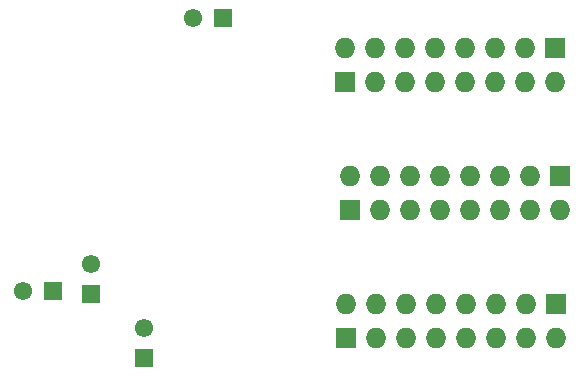
<source format=gbs>
G04 #@! TF.FileFunction,Soldermask,Bot*
%FSLAX46Y46*%
G04 Gerber Fmt 4.6, Leading zero omitted, Abs format (unit mm)*
G04 Created by KiCad (PCBNEW 4.0.6) date 06/08/18 16:17:38*
%MOMM*%
%LPD*%
G01*
G04 APERTURE LIST*
%ADD10C,0.150000*%
%ADD11R,1.554000X1.554000*%
%ADD12C,1.554000*%
%ADD13R,1.730000X1.730000*%
%ADD14O,1.730000X1.730000*%
G04 APERTURE END LIST*
D10*
D11*
X280070000Y-155920000D03*
D12*
X280070000Y-153380000D03*
D13*
X315300000Y-140550000D03*
D14*
X312760000Y-140550000D03*
X310220000Y-140550000D03*
X307680000Y-140550000D03*
X305140000Y-140550000D03*
X302600000Y-140550000D03*
X300060000Y-140550000D03*
X297520000Y-140550000D03*
D13*
X297540000Y-143440000D03*
D14*
X300080000Y-143440000D03*
X302620000Y-143440000D03*
X305160000Y-143440000D03*
X307700000Y-143440000D03*
X310240000Y-143440000D03*
X312780000Y-143440000D03*
X315320000Y-143440000D03*
D13*
X297170000Y-154230000D03*
D14*
X299710000Y-154230000D03*
X302250000Y-154230000D03*
X304790000Y-154230000D03*
X307330000Y-154230000D03*
X309870000Y-154230000D03*
X312410000Y-154230000D03*
X314950000Y-154230000D03*
D13*
X314930000Y-151340000D03*
D14*
X312390000Y-151340000D03*
X309850000Y-151340000D03*
X307310000Y-151340000D03*
X304770000Y-151340000D03*
X302230000Y-151340000D03*
X299690000Y-151340000D03*
X297150000Y-151340000D03*
D13*
X314880000Y-129690000D03*
D14*
X312340000Y-129690000D03*
X309800000Y-129690000D03*
X307260000Y-129690000D03*
X304720000Y-129690000D03*
X302180000Y-129690000D03*
X299640000Y-129690000D03*
X297100000Y-129690000D03*
D11*
X275590000Y-150500000D03*
D12*
X275590000Y-147960000D03*
D11*
X286770000Y-127175000D03*
D12*
X284230000Y-127175000D03*
D11*
X272385000Y-150280000D03*
D12*
X269845000Y-150280000D03*
D13*
X297120000Y-132580000D03*
D14*
X299660000Y-132580000D03*
X302200000Y-132580000D03*
X304740000Y-132580000D03*
X307280000Y-132580000D03*
X309820000Y-132580000D03*
X312360000Y-132580000D03*
X314900000Y-132580000D03*
M02*

</source>
